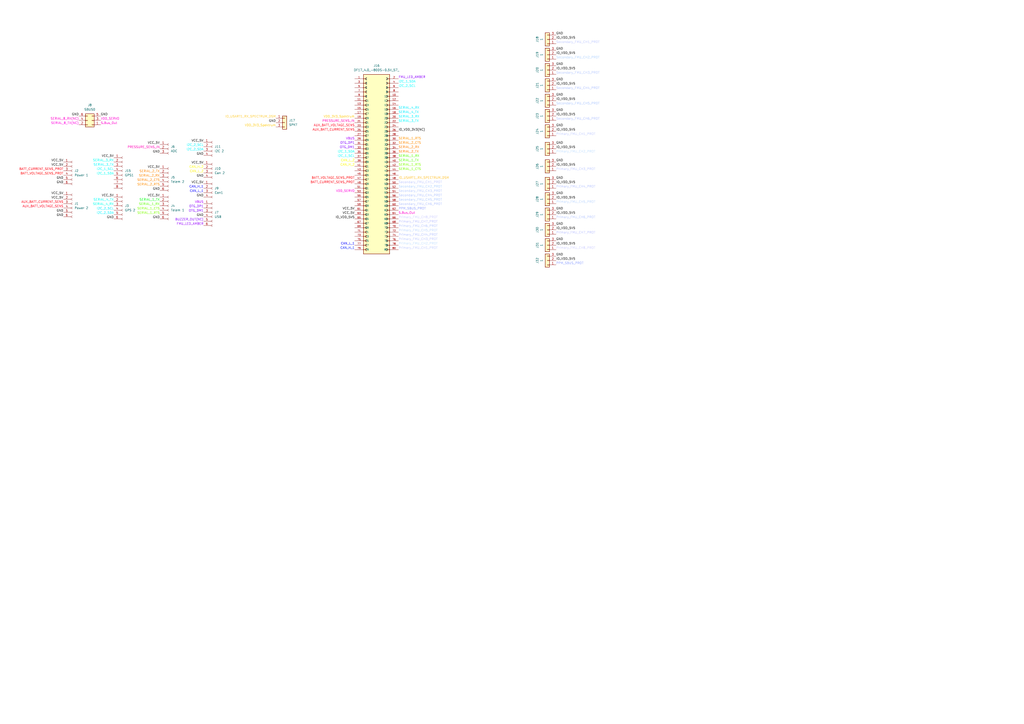
<source format=kicad_sch>
(kicad_sch (version 20250114) (generator "eeschema") (generator_version "9.0")
  (paper "A2")
  (lib_symbols
    (symbol "Connector:Conn_01x03_Socket" (pin_names (offset 1.016) (hide yes))
      (property "Reference" "J" (at 0 5.08 0))
      (property "Value" "Conn_01x03_Socket" (at 0 -5.08 0))
      (symbol "Conn_01x03_Socket_1_1"
        (polyline (pts (xy -1.27 2.54) (xy -0.508 2.54)) (stroke (width 0.1524)))
        (polyline (pts (xy -1.27 0) (xy -0.508 0)) (stroke (width 0.1524)))
        (polyline (pts (xy -1.27 -2.54) (xy -0.508 -2.54)) (stroke (width 0.1524)))
        (arc (start 0 2.032) (mid -0.5058 2.54) (end 0 3.048) (stroke (width 0.1524)))
        (arc (start 0 -0.508) (mid -0.5058 0) (end 0 0.508) (stroke (width 0.1524)))
        (arc (start 0 -3.048) (mid -0.5058 -2.54) (end 0 -2.032) (stroke (width 0.1524)))
        (pin passive line (at -5.08 2.54 0) (length 3.81) (name "Pin_1") (number "1"))
        (pin passive line (at -5.08 0 0) (length 3.81) (name "Pin_2") (number "2"))
        (pin passive line (at -5.08 -2.54 0) (length 3.81) (name "Pin_3") (number "3"))
      )
    )
    (symbol "Connector:Conn_01x04_Socket" (pin_names (offset 1.016) (hide yes))
      (property "Reference" "J" (at 0 5.08 0))
      (property "Value" "Conn_01x04_Socket" (at 0 -7.62 0))
      (symbol "Conn_01x04_Socket_1_1"
        (polyline (pts (xy -1.27 2.54) (xy -0.508 2.54)) (stroke (width 0.1524)))
        (polyline (pts (xy -1.27 0) (xy -0.508 0)) (stroke (width 0.1524)))
        (polyline (pts (xy -1.27 -2.54) (xy -0.508 -2.54)) (stroke (width 0.1524)))
        (polyline (pts (xy -1.27 -5.08) (xy -0.508 -5.08)) (stroke (width 0.1524)))
        (arc (start 0 2.032) (mid -0.5058 2.54) (end 0 3.048) (stroke (width 0.1524)))
        (arc (start 0 -0.508) (mid -0.5058 0) (end 0 0.508) (stroke (width 0.1524)))
        (arc (start 0 -3.048) (mid -0.5058 -2.54) (end 0 -2.032) (stroke (width 0.1524)))
        (arc (start 0 -5.588) (mid -0.5058 -5.08) (end 0 -4.572) (stroke (width 0.1524)))
        (pin passive line (at -5.08 2.54 0) (length 3.81) (name "Pin_1") (number "1"))
        (pin passive line (at -5.08 0 0) (length 3.81) (name "Pin_2") (number "2"))
        (pin passive line (at -5.08 -2.54 0) (length 3.81) (name "Pin_3") (number "3"))
        (pin passive line (at -5.08 -5.08 0) (length 3.81) (name "Pin_4") (number "4"))
      )
    )
    (symbol "Connector:Conn_01x06_Socket" (pin_names (offset 1.016) (hide yes))
      (property "Reference" "J" (at 0 7.62 0))
      (property "Value" "Conn_01x06_Socket" (at 0 -10.16 0))
      (symbol "Conn_01x06_Socket_1_1"
        (polyline (pts (xy -1.27 5.08) (xy -0.508 5.08)) (stroke (width 0.1524)))
        (polyline (pts (xy -1.27 2.54) (xy -0.508 2.54)) (stroke (width 0.1524)))
        (polyline (pts (xy -1.27 0) (xy -0.508 0)) (stroke (width 0.1524)))
        (polyline (pts (xy -1.27 -2.54) (xy -0.508 -2.54)) (stroke (width 0.1524)))
        (polyline (pts (xy -1.27 -5.08) (xy -0.508 -5.08)) (stroke (width 0.1524)))
        (polyline (pts (xy -1.27 -7.62) (xy -0.508 -7.62)) (stroke (width 0.1524)))
        (arc (start 0 4.572) (mid -0.5058 5.08) (end 0 5.588) (stroke (width 0.1524)))
        (arc (start 0 2.032) (mid -0.5058 2.54) (end 0 3.048) (stroke (width 0.1524)))
        (arc (start 0 -0.508) (mid -0.5058 0) (end 0 0.508) (stroke (width 0.1524)))
        (arc (start 0 -3.048) (mid -0.5058 -2.54) (end 0 -2.032) (stroke (width 0.1524)))
        (arc (start 0 -5.588) (mid -0.5058 -5.08) (end 0 -4.572) (stroke (width 0.1524)))
        (arc (start 0 -8.128) (mid -0.5058 -7.62) (end 0 -7.112) (stroke (width 0.1524)))
        (pin passive line (at -5.08 5.08 0) (length 3.81) (name "Pin_1") (number "1"))
        (pin passive line (at -5.08 2.54 0) (length 3.81) (name "Pin_2") (number "2"))
        (pin passive line (at -5.08 0 0) (length 3.81) (name "Pin_3") (number "3"))
        (pin passive line (at -5.08 -2.54 0) (length 3.81) (name "Pin_4") (number "4"))
        (pin passive line (at -5.08 -5.08 0) (length 3.81) (name "Pin_5") (number "5"))
        (pin passive line (at -5.08 -7.62 0) (length 3.81) (name "Pin_6") (number "6"))
      )
    )
    (symbol "Connector:Conn_01x08_Socket" (pin_names (offset 1.016) (hide yes))
      (property "Reference" "J" (at 0 10.16 0))
      (property "Value" "Conn_01x08_Socket" (at 0 -12.7 0))
      (symbol "Conn_01x08_Socket_1_1"
        (polyline (pts (xy -1.27 7.62) (xy -0.508 7.62)) (stroke (width 0.1524)))
        (polyline (pts (xy -1.27 5.08) (xy -0.508 5.08)) (stroke (width 0.1524)))
        (polyline (pts (xy -1.27 2.54) (xy -0.508 2.54)) (stroke (width 0.1524)))
        (polyline (pts (xy -1.27 0) (xy -0.508 0)) (stroke (width 0.1524)))
        (polyline (pts (xy -1.27 -2.54) (xy -0.508 -2.54)) (stroke (width 0.1524)))
        (polyline (pts (xy -1.27 -5.08) (xy -0.508 -5.08)) (stroke (width 0.1524)))
        (polyline (pts (xy -1.27 -7.62) (xy -0.508 -7.62)) (stroke (width 0.1524)))
        (polyline (pts (xy -1.27 -10.16) (xy -0.508 -10.16)) (stroke (width 0.1524)))
        (arc (start 0 7.112) (mid -0.5058 7.62) (end 0 8.128) (stroke (width 0.1524)))
        (arc (start 0 4.572) (mid -0.5058 5.08) (end 0 5.588) (stroke (width 0.1524)))
        (arc (start 0 2.032) (mid -0.5058 2.54) (end 0 3.048) (stroke (width 0.1524)))
        (arc (start 0 -0.508) (mid -0.5058 0) (end 0 0.508) (stroke (width 0.1524)))
        (arc (start 0 -3.048) (mid -0.5058 -2.54) (end 0 -2.032) (stroke (width 0.1524)))
        (arc (start 0 -5.588) (mid -0.5058 -5.08) (end 0 -4.572) (stroke (width 0.1524)))
        (arc (start 0 -8.128) (mid -0.5058 -7.62) (end 0 -7.112) (stroke (width 0.1524)))
        (arc (start 0 -10.668) (mid -0.5058 -10.16) (end 0 -9.652) (stroke (width 0.1524)))
        (pin passive line (at -5.08 7.62 0) (length 3.81) (name "Pin_1") (number "1"))
        (pin passive line (at -5.08 5.08 0) (length 3.81) (name "Pin_2") (number "2"))
        (pin passive line (at -5.08 2.54 0) (length 3.81) (name "Pin_3") (number "3"))
        (pin passive line (at -5.08 0 0) (length 3.81) (name "Pin_4") (number "4"))
        (pin passive line (at -5.08 -2.54 0) (length 3.81) (name "Pin_5") (number "5"))
        (pin passive line (at -5.08 -5.08 0) (length 3.81) (name "Pin_6") (number "6"))
        (pin passive line (at -5.08 -7.62 0) (length 3.81) (name "Pin_7") (number "7"))
        (pin passive line (at -5.08 -10.16 0) (length 3.81) (name "Pin_8") (number "8"))
      )
    )
    (symbol "Connector_Generic:Conn_01x03" (pin_names (offset 1.016) (hide yes))
      (property "Reference" "J" (at 0 5.08 0))
      (property "Value" "Conn_01x03" (at 0 -5.08 0))
      (symbol "Conn_01x03_1_1"
        (rectangle (start -1.27 3.81) (end 1.27 -3.81) (stroke (width 0.254)) (fill (type background)))
        (rectangle (start -1.27 2.667) (end 0 2.413) (stroke (width 0.1524)))
        (rectangle (start -1.27 0.127) (end 0 -0.127) (stroke (width 0.1524)))
        (rectangle (start -1.27 -2.413) (end 0 -2.667) (stroke (width 0.1524)))
        (pin passive line (at -5.08 2.54 0) (length 3.81) (name "Pin_1") (number "1"))
        (pin passive line (at -5.08 0 0) (length 3.81) (name "Pin_2") (number "2"))
        (pin passive line (at -5.08 -2.54 0) (length 3.81) (name "Pin_3") (number "3"))
      )
    )
    (symbol "Connector_Generic:Conn_02x03_Odd_Even" (pin_names (offset 1.016) (hide yes))
      (property "Reference" "J" (at 1.27 5.08 0))
      (property "Value" "Conn_02x03_Odd_Even" (at 1.27 -5.08 0))
      (symbol "Conn_02x03_Odd_Even_1_1"
        (rectangle (start -1.27 3.81) (end 3.81 -3.81) (stroke (width 0.254)) (fill (type background)))
        (rectangle (start -1.27 2.667) (end 0 2.413) (stroke (width 0.1524)))
        (rectangle (start -1.27 0.127) (end 0 -0.127) (stroke (width 0.1524)))
        (rectangle (start -1.27 -2.413) (end 0 -2.667) (stroke (width 0.1524)))
        (rectangle (start 3.81 2.667) (end 2.54 2.413) (stroke (width 0.1524)))
        (rectangle (start 3.81 0.127) (end 2.54 -0.127) (stroke (width 0.1524)))
        (rectangle (start 3.81 -2.413) (end 2.54 -2.667) (stroke (width 0.1524)))
        (pin passive line (at -5.08 2.54 0) (length 3.81) (name "Pin_1") (number "1"))
        (pin passive line (at -5.08 0 0) (length 3.81) (name "Pin_3") (number "3"))
        (pin passive line (at -5.08 -2.54 0) (length 3.81) (name "Pin_5") (number "5"))
        (pin passive line (at 7.62 2.54 180) (length 3.81) (name "Pin_2") (number "2"))
        (pin passive line (at 7.62 0 180) (length 3.81) (name "Pin_4") (number "4"))
        (pin passive line (at 7.62 -2.54 180) (length 3.81) (name "Pin_6") (number "6"))
      )
    )
    (symbol "DF17_4.0_-80DS-0.5V_57_:DF17_4.0_-80DS-0.5V_57_" (pin_names (offset 1.016))
      (property "Reference" "J" (at -8.12 53.34 0))
      (property "Value" "DF17_4.0_-80DS-0.5V_57_" (at -7.62 -53.34 0))
      (symbol "DF17_4.0_-80DS-0.5V_57__0_0"
        (polyline (pts (xy -7.62 50.8) (xy -6.35 50.8)) (stroke (width 0.254)))
        (polyline (pts (xy -7.62 48.26) (xy -6.35 48.26)) (stroke (width 0.254)))
        (polyline (pts (xy -7.62 45.72) (xy -6.35 45.72)) (stroke (width 0.254)))
        (polyline (pts (xy -7.62 43.18) (xy -6.35 43.18)) (stroke (width 0.254)))
        (polyline (pts (xy -7.62 40.64) (xy -6.35 40.64)) (stroke (width 0.254)))
        (polyline (pts (xy -7.62 38.1) (xy -6.35 38.1)) (stroke (width 0.254)))
        (polyline (pts (xy -7.62 35.56) (xy -6.35 35.56)) (stroke (width 0.254)))
        (polyline (pts (xy -7.62 33.02) (xy -6.35 33.02)) (stroke (width 0.254)))
        (polyline (pts (xy -7.62 30.48) (xy -6.35 30.48)) (stroke (width 0.254)))
        (polyline (pts (xy -7.62 27.94) (xy -6.35 27.94)) (stroke (width 0.254)))
        (polyline (pts (xy -7.62 25.4) (xy -6.35 25.4)) (stroke (width 0.254)))
        (polyline (pts (xy -7.62 22.86) (xy -6.35 22.86)) (stroke (width 0.254)))
        (polyline (pts (xy -7.62 20.32) (xy -6.35 20.32)) (stroke (width 0.254)))
        (polyline (pts (xy -7.62 17.78) (xy -6.35 17.78)) (stroke (width 0.254)))
        (polyline (pts (xy -7.62 15.24) (xy -6.35 15.24)) (stroke (width 0.254)))
        (polyline (pts (xy -7.62 12.7) (xy -6.35 12.7)) (stroke (width 0.254)))
        (polyline (pts (xy -7.62 10.16) (xy -6.35 10.16)) (stroke (width 0.254)))
        (polyline (pts (xy -7.62 7.62) (xy -6.35 7.62)) (stroke (width 0.254)))
        (polyline (pts (xy -7.62 5.08) (xy -6.35 5.08)) (stroke (width 0.254)))
        (polyline (pts (xy -7.62 2.54) (xy -6.35 2.54)) (stroke (width 0.254)))
        (polyline (pts (xy -7.62 0) (xy -6.35 0)) (stroke (width 0.254)))
        (polyline (pts (xy -7.62 -2.54) (xy -6.35 -2.54)) (stroke (width 0.254)))
        (polyline (pts (xy -7.62 -5.08) (xy -6.35 -5.08)) (stroke (width 0.254)))
        (polyline (pts (xy -7.62 -7.62) (xy -6.35 -7.62)) (stroke (width 0.254)))
        (polyline (pts (xy -7.62 -10.16) (xy -6.35 -10.16)) (stroke (width 0.254)))
        (polyline (pts (xy -7.62 -12.7) (xy -6.35 -12.7)) (stroke (width 0.254)))
        (polyline (pts (xy -7.62 -15.24) (xy -6.35 -15.24)) (stroke (width 0.254)))
        (polyline (pts (xy -7.62 -17.78) (xy -6.35 -17.78)) (stroke (width 0.254)))
        (polyline (pts (xy -7.62 -20.32) (xy -6.35 -20.32)) (stroke (width 0.254)))
        (polyline (pts (xy -7.62 -22.86) (xy -6.35 -22.86)) (stroke (width 0.254)))
        (polyline (pts (xy -7.62 -25.4) (xy -6.35 -25.4)) (stroke (width 0.254)))
        (polyline (pts (xy -7.62 -27.94) (xy -6.35 -27.94)) (stroke (width 0.254)))
        (polyline (pts (xy -7.62 -30.48) (xy -6.35 -30.48)) (stroke (width 0.254)))
        (polyline (pts (xy -7.62 -33.02) (xy -6.35 -33.02)) (stroke (width 0.254)))
        (polyline (pts (xy -7.62 -35.56) (xy -6.35 -35.56)) (stroke (width 0.254)))
        (polyline (pts (xy -7.62 -38.1) (xy -6.35 -38.1)) (stroke (width 0.254)))
        (polyline (pts (xy -7.62 -40.64) (xy -6.35 -40.64)) (stroke (width 0.254)))
        (polyline (pts (xy -7.62 -43.18) (xy -6.35 -43.18)) (stroke (width 0.254)))
        (polyline (pts (xy -7.62 -45.72) (xy -6.35 -45.72)) (stroke (width 0.254)))
        (polyline (pts (xy -7.62 -48.26) (xy -6.35 -48.26)) (stroke (width 0.254)))
        (rectangle (start -7.62 -50.8) (end 7.62 53.34) (stroke (width 0.254)) (fill (type background)))
        (arc (start -5.715 50.165) (mid -6.3472 50.8) (end -5.715 51.435) (stroke (width 0.254)))
        (arc (start -5.715 47.625) (mid -6.3472 48.26) (end -5.715 48.895) (stroke (width 0.254)))
        (arc (start -5.715 45.085) (mid -6.3472 45.72) (end -5.715 46.355) (stroke (width 0.254)))
        (arc (start -5.715 42.545) (mid -6.3472 43.18) (end -5.715 43.815) (stroke (width 0.254)))
        (arc (start -5.715 40.005) (mid -6.3472 40.64) (end -5.715 41.275) (stroke (width 0.254)))
        (arc (start -5.715 37.465) (mid -6.3472 38.1) (end -5.715 38.735) (stroke (width 0.254)))
        (arc (start -5.715 34.925) (mid -6.3472 35.56) (end -5.715 36.195) (stroke (width 0.254)))
        (arc (start -5.715 32.385) (mid -6.3472 33.02) (end -5.715 33.655) (stroke (width 0.254)))
        (arc (start -5.715 29.845) (mid -6.3472 30.48) (end -5.715 31.115) (stroke (width 0.254)))
        (arc (start -5.715 27.305) (mid -6.3472 27.94) (end -5.715 28.575) (stroke (width 0.254)))
        (arc (start -5.715 24.765) (mid -6.3472 25.4) (end -5.715 26.035) (stroke (width 0.254)))
        (arc (start -5.715 22.225) (mid -6.3472 22.86) (end -5.715 23.495) (stroke (width 0.254)))
        (arc (start -5.715 19.685) (mid -6.3472 20.32) (end -5.715 20.955) (stroke (width 0.254)))
        (arc (start -5.715 17.145) (mid -6.3472 17.78) (end -5.715 18.415) (stroke (width 0.254)))
        (arc (start -5.715 14.605) (mid -6.3472 15.24) (end -5.715 15.875) (stroke (width 0.254)))
        (arc (start -5.715 12.065) (mid -6.3472 12.7) (end -5.715 13.335) (stroke (width 0.254)))
        (arc (start -5.715 9.525) (mid -6.3472 10.16) (end -5.715 10.795) (stroke (width 0.254)))
        (arc (start -5.715 6.985) (mid -6.3472 7.62) (end -5.715 8.255) (stroke (width 0.254)))
        (arc (start -5.715 4.445) (mid -6.3472 5.08) (end -5.715 5.715) (stroke (width 0.254)))
        (arc (start -5.715 1.905) (mid -6.3472 2.54) (end -5.715 3.175) (stroke (width 0.254)))
        (arc (start -5.715 -0.635) (mid -6.3472 0) (end -5.715 0.635) (stroke (width 0.254)))
        (arc (start -5.715 -3.175) (mid -6.3472 -2.54) (end -5.715 -1.905) (stroke (width 0.254)))
        (arc (start -5.715 -5.715) (mid -6.3472 -5.08) (end -5.715 -4.445) (stroke (width 0.254)))
        (arc (start -5.715 -8.255) (mid -6.3472 -7.62) (end -5.715 -6.985) (stroke (width 0.254)))
        (arc (start -5.715 -10.795) (mid -6.3472 -10.16) (end -5.715 -9.525) (stroke (width 0.254)))
        (arc (start -5.715 -13.335) (mid -6.3472 -12.7) (end -5.715 -12.065) (stroke (width 0.254)))
        (arc (start -5.715 -15.875) (mid -6.3472 -15.24) (end -5.715 -14.605) (stroke (width 0.254)))
        (arc (start -5.715 -18.415) (mid -6.3472 -17.78) (end -5.715 -17.145) (stroke (width 0.254)))
        (arc (start -5.715 -20.955) (mid -6.3472 -20.32) (end -5.715 -19.685) (stroke (width 0.254)))
        (arc (start -5.715 -23.495) (mid -6.3472 -22.86) (end -5.715 -22.225) (stroke (width 0.254)))
        (arc (start -5.715 -26.035) (mid -6.3472 -25.4) (end -5.715 -24.765) (stroke (width 0.254)))
        (arc (start -5.715 -28.575) (mid -6.3472 -27.94) (end -5.715 -27.305) (stroke (width 0.254)))
        (arc (start -5.715 -31.115) (mid -6.3472 -30.48) (end -5.715 -29.845) (stroke (width 0.254)))
        (arc (start -5.715 -33.655) (mid -6.3472 -33.02) (end -5.715 -32.385) (stroke (width 0.254)))
        (arc (start -5.715 -36.195) (mid -6.3472 -35.56) (end -5.715 -34.925) (stroke (width 0.254)))
        (arc (start -5.715 -38.735) (mid -6.3472 -38.1) (end -5.715 -37.465) (stroke (width 0.254)))
        (arc (start -5.715 -41.275) (mid -6.3472 -40.64) (end -5.715 -40.005) (stroke (width 0.254)))
        (arc (start -5.715 -43.815) (mid -6.3472 -43.18) (end -5.715 -42.545) (stroke (width 0.254)))
        (arc (start -5.715 -46.355) (mid -6.3472 -45.72) (end -5.715 -45.085) (stroke (width 0.254)))
        (arc (start -5.715 -48.895) (mid -6.3472 -48.26) (end -5.715 -47.625) (stroke (width 0.254)))
        (arc (start 5.715 51.435) (mid 6.3472 50.8) (end 5.715 50.165) (stroke (width 0.254)))
        (arc (start 5.715 48.895) (mid 6.3472 48.26) (end 5.715 47.625) (stroke (width 0.254)))
        (arc (start 5.715 46.355) (mid 6.3472 45.72) (end 5.715 45.085) (stroke (width 0.254)))
        (arc (start 5.715 43.815) (mid 6.3472 43.18) (end 5.715 42.545) (stroke (width 0.254)))
        (arc (start 5.715 41.275) (mid 6.3472 40.64) (end 5.715 40.005) (stroke (width 0.254)))
        (arc (start 5.715 38.735) (mid 6.3472 38.1) (end 5.715 37.465) (stroke (width 0.254)))
        (arc (start 5.715 36.195) (mid 6.3472 35.56) (end 5.715 34.925) (stroke (width 0.254)))
        (arc (start 5.715 33.655) (mid 6.3472 33.02) (end 5.715 32.385) (stroke (width 0.254)))
        (arc (start 5.715 31.115) (mid 6.3472 30.48) (end 5.715 29.845) (stroke (width 0.254)))
        (arc (start 5.715 28.575) (mid 6.3472 27.94) (end 5.715 27.305) (stroke (width 0.254)))
        (arc (start 5.715 26.035) (mid 6.3472 25.4) (end 5.715 24.765) (stroke (width 0.254)))
        (arc (start 5.715 23.495) (mid 6.3472 22.86) (end 5.715 22.225) (stroke (width 0.254)))
        (arc (start 5.715 20.955) (mid 6.3472 20.32) (end 5.715 19.685) (stroke (width 0.254)))
        (arc (start 5.715 18.415) (mid 6.3472 17.78) (end 5.715 17.145) (stroke (width 0.254)))
        (arc (start 5.715 15.875) (mid 6.3472 15.24) (end 5.715 14.605) (stroke (width 0.254)))
        (arc (start 5.715 13.335) (mid 6.3472 12.7) (end 5.715 12.065) (stroke (width 0.254)))
        (arc (start 5.715 10.795) (mid 6.3472 10.16) (end 5.715 9.525) (stroke (width 0.254)))
        (arc (start 5.715 8.255) (mid 6.3472 7.62) (end 5.715 6.985) (stroke (width 0.254)))
        (arc (start 5.715 5.715) (mid 6.3472 5.08) (end 5.715 4.445) (stroke (width 0.254)))
        (arc (start 5.715 3.175) (mid 6.3472 2.54) (end 5.715 1.905) (stroke (width 0.254)))
        (arc (start 5.715 0.635) (mid 6.3472 0) (end 5.715 -0.635) (stroke (width 0.254)))
        (arc (start 5.715 -1.905) (mid 6.3472 -2.54) (end 5.715 -3.175) (stroke (width 0.254)))
        (arc (start 5.715 -4.445) (mid 6.3472 -5.08) (end 5.715 -5.715) (stroke (width 0.254)))
        (arc (start 5.715 -6.985) (mid 6.3472 -7.62) (end 5.715 -8.255) (stroke (width 0.254)))
        (arc (start 5.715 -9.525) (mid 6.3472 -10.16) (end 5.715 -10.795) (stroke (width 0.254)))
        (arc (start 5.715 -12.065) (mid 6.3472 -12.7) (end 5.715 -13.335) (stroke (width 0.254)))
        (arc (start 5.715 -14.605) (mid 6.3472 -15.24) (end 5.715 -15.875) (stroke (width 0.254)))
        (arc (start 5.715 -17.145) (mid 6.3472 -17.78) (end 5.715 -18.415) (stroke (width 0.254)))
        (arc (start 5.715 -19.685) (mid 6.3472 -20.32) (end 5.715 -20.955) (stroke (width 0.254)))
        (arc (start 5.715 -22.225) (mid 6.3472 -22.86) (end 5.715 -23.495) (stroke (width 0.254)))
        (arc (start 5.715 -24.765) (mid 6.3472 -25.4) (end 5.715 -26.035) (stroke (width 0.254)))
        (arc (start 5.715 -27.305) (mid 6.3472 -27.94) (end 5.715 -28.575) (stroke (width 0.254)))
        (arc (start 5.715 -29.845) (mid 6.3472 -30.48) (end 5.715 -31.115) (stroke (width 0.254)))
        (arc (start 5.715 -32.385) (mid 6.3472 -33.02) (end 5.715 -33.655) (stroke (width 0.254)))
        (arc (start 5.715 -34.925) (mid 6.3472 -35.56) (end 5.715 -36.195) (stroke (width 0.254)))
        (arc (start 5.715 -37.465) (mid 6.3472 -38.1) (end 5.715 -38.735) (stroke (width 0.254)))
        (arc (start 5.715 -40.005) (mid 6.3472 -40.64) (end 5.715 -41.275) (stroke (width 0.254)))
        (arc (start 5.715 -42.545) (mid 6.3472 -43.18) (end 5.715 -43.815) (stroke (width 0.254)))
        (arc (start 5.715 -45.085) (mid 6.3472 -45.72) (end 5.715 -46.355) (stroke (width 0.254)))
        (arc (start 5.715 -47.625) (mid 6.3472 -48.26) (end 5.715 -48.895) (stroke (width 0.254)))
        (polyline (pts (xy 7.62 50.8) (xy 6.35 50.8)) (stroke (width 0.254)))
        (polyline (pts (xy 7.62 48.26) (xy 6.35 48.26)) (stroke (width 0.254)))
        (polyline (pts (xy 7.62 45.72) (xy 6.35 45.72)) (stroke (width 0.254)))
        (polyline (pts (xy 7.62 43.18) (xy 6.35 43.18)) (stroke (width 0.254)))
        (polyline (pts (xy 7.62 40.64) (xy 6.35 40.64)) (stroke (width 0.254)))
        (polyline (pts (xy 7.62 38.1) (xy 6.35 38.1)) (stroke (width 0.254)))
        (polyline (pts (xy 7.62 35.56) (xy 6.35 35.56)) (stroke (width 0.254)))
        (polyline (pts (xy 7.62 33.02) (xy 6.35 33.02)) (stroke (width 0.254)))
        (polyline (pts (xy 7.62 30.48) (xy 6.35 30.48)) (stroke (width 0.254)))
        (polyline (pts (xy 7.62 27.94) (xy 6.35 27.94)) (stroke (width 0.254)))
        (polyline (pts (xy 7.62 25.4) (xy 6.35 25.4)) (stroke (width 0.254)))
        (polyline (pts (xy 7.62 22.86) (xy 6.35 22.86)) (stroke (width 0.254)))
        (polyline (pts (xy 7.62 20.32) (xy 6.35 20.32)) (stroke (width 0.254)))
        (polyline (pts (xy 7.62 17.78) (xy 6.35 17.78)) (stroke (width 0.254)))
        (polyline (pts (xy 7.62 15.24) (xy 6.35 15.24)) (stroke (width 0.254)))
        (polyline (pts (xy 7.62 12.7) (xy 6.35 12.7)) (stroke (width 0.254)))
        (polyline (pts (xy 7.62 10.16) (xy 6.35 10.16)) (stroke (width 0.254)))
        (polyline (pts (xy 7.62 7.62) (xy 6.35 7.62)) (stroke (width 0.254)))
        (polyline (pts (xy 7.62 5.08) (xy 6.35 5.08)) (stroke (width 0.254)))
        (polyline (pts (xy 7.62 2.54) (xy 6.35 2.54)) (stroke (width 0.254)))
        (polyline (pts (xy 7.62 0) (xy 6.35 0)) (stroke (width 0.254)))
        (polyline (pts (xy 7.62 -2.54) (xy 6.35 -2.54)) (stroke (width 0.254)))
        (polyline (pts (xy 7.62 -5.08) (xy 6.35 -5.08)) (stroke (width 0.254)))
        (polyline (pts (xy 7.62 -7.62) (xy 6.35 -7.62)) (stroke (width 0.254)))
        (polyline (pts (xy 7.62 -10.16) (xy 6.35 -10.16)) (stroke (width 0.254)))
        (polyline (pts (xy 7.62 -12.7) (xy 6.35 -12.7)) (stroke (width 0.254)))
        (polyline (pts (xy 7.62 -15.24) (xy 6.35 -15.24)) (stroke (width 0.254)))
        (polyline (pts (xy 7.62 -17.78) (xy 6.35 -17.78)) (stroke (width 0.254)))
        (polyline (pts (xy 7.62 -20.32) (xy 6.35 -20.32)) (stroke (width 0.254)))
        (polyline (pts (xy 7.62 -22.86) (xy 6.35 -22.86)) (stroke (width 0.254)))
        (polyline (pts (xy 7.62 -25.4) (xy 6.35 -25.4)) (stroke (width 0.254)))
        (polyline (pts (xy 7.62 -27.94) (xy 6.35 -27.94)) (stroke (width 0.254)))
        (polyline (pts (xy 7.62 -30.48) (xy 6.35 -30.48)) (stroke (width 0.254)))
        (polyline (pts (xy 7.62 -33.02) (xy 6.35 -33.02)) (stroke (width 0.254)))
        (polyline (pts (xy 7.62 -35.56) (xy 6.35 -35.56)) (stroke (width 0.254)))
        (polyline (pts (xy 7.62 -38.1) (xy 6.35 -38.1)) (stroke (width 0.254)))
        (polyline (pts (xy 7.62 -40.64) (xy 6.35 -40.64)) (stroke (width 0.254)))
        (polyline (pts (xy 7.62 -43.18) (xy 6.35 -43.18)) (stroke (width 0.254)))
        (polyline (pts (xy 7.62 -45.72) (xy 6.35 -45.72)) (stroke (width 0.254)))
        (polyline (pts (xy 7.62 -48.26) (xy 6.35 -48.26)) (stroke (width 0.254)))
        (pin passive line (at -12.7 50.8 0) (length 5.08) (name "1") (number "1"))
        (pin passive line (at -12.7 48.26 0) (length 5.08) (name "3") (number "3"))
        (pin passive line (at -12.7 45.72 0) (length 5.08) (name "5") (number "5"))
        (pin passive line (at -12.7 43.18 0) (length 5.08) (name "7") (number "7"))
        (pin passive line (at -12.7 40.64 0) (length 5.08) (name "9") (number "9"))
        (pin passive line (at -12.7 38.1 0) (length 5.08) (name "11") (number "11"))
        (pin passive line (at -12.7 35.56 0) (length 5.08) (name "13") (number "13"))
        (pin passive line (at -12.7 33.02 0) (length 5.08) (name "15") (number "15"))
        (pin passive line (at -12.7 30.48 0) (length 5.08) (name "17") (number "17"))
        (pin passive line (at -12.7 27.94 0) (length 5.08) (name "19") (number "19"))
        (pin passive line (at -12.7 25.4 0) (length 5.08) (name "21") (number "21"))
        (pin passive line (at -12.7 22.86 0) (length 5.08) (name "23") (number "23"))
        (pin passive line (at -12.7 20.32 0) (length 5.08) (name "25") (number "25"))
        (pin passive line (at -12.7 17.78 0) (length 5.08) (name "27") (number "27"))
        (pin passive line (at -12.7 15.24 0) (length 5.08) (name "29") (number "29"))
        (pin passive line (at -12.7 12.7 0) (length 5.08) (name "31") (number "31"))
        (pin passive line (at -12.7 10.16 0) (length 5.08) (name "33") (number "33"))
        (pin passive line (at -12.7 7.62 0) (length 5.08) (name "35") (number "35"))
        (pin passive line (at -12.7 5.08 0) (length 5.08) (name "37") (number "37"))
        (pin passive line (at -12.7 2.54 0) (length 5.08) (name "39") (number "39"))
        (pin passive line (at -12.7 0 0) (length 5.08) (name "41") (number "41"))
        (pin passive line (at -12.7 -2.54 0) (length 5.08) (name "43") (number "43"))
        (pin passive line (at -12.7 -5.08 0) (length 5.08) (name "45") (number "45"))
        (pin passive line (at -12.7 -7.62 0) (length 5.08) (name "47") (number "47"))
        (pin passive line (at -12.7 -10.16 0) (length 5.08) (name "49") (number "49"))
        (pin passive line (at -12.7 -12.7 0) (length 5.08) (name "51") (number "51"))
        (pin passive line (at -12.7 -15.24 0) (length 5.08) (name "53") (number "53"))
        (pin passive line (at -12.7 -17.78 0) (length 5.08) (name "55") (number "55"))
        (pin passive line (at -12.7 -20.32 0) (length 5.08) (name "57") (number "57"))
        (pin passive line (at -12.7 -22.86 0) (length 5.08) (name "59") (number "59"))
        (pin passive line (at -12.7 -25.4 0) (length 5.08) (name "61") (number "61"))
        (pin passive line (at -12.7 -27.94 0) (length 5.08) (name "63") (number "63"))
        (pin passive line (at -12.7 -30.48 0) (length 5.08) (name "65") (number "65"))
        (pin passive line (at -12.7 -33.02 0) (length 5.08) (name "67") (number "67"))
        (pin passive line (at -12.7 -35.56 0) (length 5.08) (name "69") (number "69"))
        (pin passive line (at -12.7 -38.1 0) (length 5.08) (name "71") (number "71"))
        (pin passive line (at -12.7 -40.64 0) (length 5.08) (name "73") (number "73"))
        (pin passive line (at -12.7 -43.18 0) (length 5.08) (name "75") (number "75"))
        (pin passive line (at -12.7 -45.72 0) (length 5.08) (name "77") (number "77"))
        (pin passive line (at -12.7 -48.26 0) (length 5.08) (name "79") (number "79"))
        (pin passive line (at 12.7 50.8 180) (length 5.08) (name "2") (number "2"))
        (pin passive line (at 12.7 48.26 180) (length 5.08) (name "4") (number "4"))
        (pin passive line (at 12.7 45.72 180) (length 5.08) (name "6") (number "6"))
        (pin passive line (at 12.7 43.18 180) (length 5.08) (name "8") (number "8"))
        (pin passive line (at 12.7 40.64 180) (length 5.08) (name "10") (number "10"))
        (pin passive line (at 12.7 38.1 180) (length 5.08) (name "12") (number "12"))
        (pin passive line (at 12.7 35.56 180) (length 5.08) (name "14") (number "14"))
        (pin passive line (at 12.7 33.02 180) (length 5.08) (name "16") (number "16"))
        (pin passive line (at 12.7 30.48 180) (length 5.08) (name "18") (number "18"))
        (pin passive line (at 12.7 27.94 180) (length 5.08) (name "20") (number "20"))
        (pin passive line (at 12.7 25.4 180) (length 5.08) (name "22") (number "22"))
        (pin passive line (at 12.7 22.86 180) (length 5.08) (name "24") (number "24"))
        (pin passive line (at 12.7 20.32 180) (length 5.08) (name "26") (number "26"))
        (pin passive line (at 12.7 17.78 180) (length 5.08) (name "28") (number "28"))
        (pin passive line (at 12.7 15.24 180) (length 5.08) (name "30") (number "30"))
        (pin passive line (at 12.7 12.7 180) (length 5.08) (name "32") (number "32"))
        (pin passive line (at 12.7 10.16 180) (length 5.08) (name "34") (number "34"))
        (pin passive line (at 12.7 7.62 180) (length 5.08) (name "36") (number "36"))
        (pin passive line (at 12.7 5.08 180) (length 5.08) (name "38") (number "38"))
        (pin passive line (at 12.7 2.54 180) (length 5.08) (name "40") (number "40"))
        (pin passive line (at 12.7 0 180) (length 5.08) (name "42") (number "42"))
        (pin passive line (at 12.7 -2.54 180) (length 5.08) (name "44") (number "44"))
        (pin passive line (at 12.7 -5.08 180) (length 5.08) (name "46") (number "46"))
        (pin passive line (at 12.7 -7.62 180) (length 5.08) (name "48") (number "48"))
        (pin passive line (at 12.7 -10.16 180) (length 5.08) (name "50") (number "50"))
        (pin passive line (at 12.7 -12.7 180) (length 5.08) (name "52") (number "52"))
        (pin passive line (at 12.7 -15.24 180) (length 5.08) (name "54") (number "54"))
        (pin passive line (at 12.7 -17.78 180) (length 5.08) (name "56") (number "56"))
        (pin passive line (at 12.7 -20.32 180) (length 5.08) (name "58") (number "58"))
        (pin passive line (at 12.7 -22.86 180) (length 5.08) (name "60") (number "60"))
        (pin passive line (at 12.7 -25.4 180) (length 5.08) (name "62") (number "62"))
        (pin passive line (at 12.7 -27.94 180) (length 5.08) (name "64") (number "64"))
        (pin passive line (at 12.7 -30.48 180) (length 5.08) (name "66") (number "66"))
        (pin passive line (at 12.7 -33.02 180) (length 5.08) (name "68") (number "68"))
        (pin passive line (at 12.7 -35.56 180) (length 5.08) (name "70") (number "70"))
        (pin passive line (at 12.7 -38.1 180) (length 5.08) (name "72") (number "72"))
        (pin passive line (at 12.7 -40.64 180) (length 5.08) (name "74") (number "74"))
        (pin passive line (at 12.7 -43.18 180) (length 5.08) (name "76") (number "76"))
        (pin passive line (at 12.7 -45.72 180) (length 5.08) (name "78") (number "78"))
        (pin passive line (at 12.7 -48.26 180) (length 5.08) (name "80") (number "80"))
      )
    )
  )
  (label "Primary_FMU_CH7_PROT" (at 231.14 129.54 0))
  (label "GND" (at 322.58 20.32 0))
  (label "IO_VDD_5V5" (at 322.58 142.24 0))
  (label "GND" (at 322.58 38.1 0))
  (label "SERIAL_1_RX" (at 92.71 119.38 180))
  (label "VCC_5V" (at 36.83 115.57 180))
  (label "FMU_LED_AMBER" (at 118.11 130.81 180))
  (label "GND" (at 322.58 104.14 0))
  (label "IO_VDD_5V5" (at 322.58 58.42 0))
  (label "GND" (at 118.11 102.87 180))
  (label "SERIAL_8_TX(NC)" (at 45.72 72.39 180))
  (label "CAN_H_2" (at 118.11 97.79 180))
  (label "Secondary_FMU_CH4_PROT" (at 322.58 52.07 0))
  (label "Secondary_FMU_CH5_PROT" (at 322.58 60.96 0))
  (label "BATT_CURRENT_SENS_PROT" (at 36.83 99.06 180))
  (label "S.Bus_Out" (at 231.14 124.46 0))
  (label "GND" (at 45.72 67.31 180))
  (label "SERIAL_2_TX" (at 92.71 100.33 180))
  (label "BATT_VOLTAGE_SENS_PROT" (at 36.83 101.6 180))
  (label "VCC_5V" (at 205.74 124.46 180))
  (label "VDD_3V3_Spektrum" (at 205.74 68.58 180))
  (label "Primary_FMU_CH8_PROT" (at 231.14 127 0))
  (label "AUX_BATT_CURRENT_SENS" (at 205.74 76.2 180))
  (label "SERIAL_1_CTS" (at 92.71 121.92 180))
  (label "VCC_5V" (at 66.04 91.44 180))
  (label "VCC_5V" (at 36.83 96.52 180))
  (label "IO_USART1_RX_SPECTRUM_DSM" (at 160.02 68.58 180))
  (label "IO_VDD_5V5" (at 322.58 106.68 0))
  (label "GND" (at 322.58 148.59 0))
  (label "IO_VDD_3V3(NC)" (at 231.14 76.2 0))
  (label "GND" (at 322.58 73.66 0))
  (label "BATT_CURRENT_SENS_PROT" (at 205.74 106.68 180))
  (label "VCC_5V" (at 36.83 113.03 180))
  (label "SERIAL_1_RX" (at 231.14 91.44 0))
  (label "VCC_5V" (at 92.71 114.3 180))
  (label "SERIAL_3_RX" (at 66.04 93.98 180))
  (label "IO_VDD_5V5" (at 322.58 76.2 0))
  (label "GND" (at 36.83 123.19 180))
  (label "GND" (at 322.58 55.88 0))
  (label "Primary_FMU_CH4_PROT" (at 231.14 137.16 0))
  (label "SERIAL_1_TX" (at 231.14 93.98 0))
  (label "S.Bus_Out" (at 58.42 72.39 0))
  (label "CAN_L_2" (at 118.11 100.33 180))
  (label "IO_VDD_5V5" (at 322.58 115.57 0))
  (label "SERIAL_2_CTS" (at 231.14 83.82 0))
  (label "IO_VDD_5V5" (at 322.58 31.75 0))
  (label "Primary_FMU_CH5_PROT" (at 322.58 118.11 0))
  (label "AUX_BATT_VOLTAGE_SENS" (at 205.74 73.66 180))
  (label "VCC_5V" (at 118.11 95.25 180))
  (label "SERIAL_4_TX" (at 66.04 116.84 180))
  (label "SERIAL_1_CTS" (at 231.14 99.06 0))
  (label "CAN_L_1" (at 118.11 111.76 180))
  (label "VCC_5V" (at 118.11 106.68 180))
  (label "Primary_FMU_CH1_PROT" (at 231.14 144.78 0))
  (label "GND" (at 322.58 130.81 0))
  (label "SERIAL_1_RTS" (at 231.14 96.52 0))
  (label "CAN_L_1" (at 205.74 142.24 180))
  (label "I2C_2_SCL" (at 118.11 85.09 180))
  (label "IO_VDD_5V5" (at 322.58 22.86 0))
  (label "Secondary_FMU_CH4_PROT" (at 231.14 114.3 0))
  (label "VCC_5V" (at 92.71 97.79 180))
  (label "SERIAL_4_TX" (at 231.14 66.04 0))
  (label "FMU_LED_AMBER" (at 231.14 45.72 0))
  (label "BUZZER_OUT(NC)" (at 118.11 128.27 180))
  (label "GND" (at 322.58 83.82 0))
  (label "GND" (at 58.42 67.31 0))
  (label "Secondary_FMU_CH6_PROT" (at 322.58 69.85 0))
  (label "I2C_2_SDA" (at 66.04 124.46 180))
  (label "GND" (at 118.11 114.3 180))
  (label "OTG_DP1" (at 118.11 120.65 180))
  (label "Primary_FMU_CH5_PROT" (at 231.14 134.62 0))
  (label "Primary_FMU_CH2_PROT" (at 322.58 88.9 0))
  (label "SERIAL_4_RX" (at 66.04 119.38 180))
  (label "GND" (at 322.58 121.92 0))
  (label "CAN_L_2" (at 205.74 93.98 180))
  (label "Primary_FMU_CH3_PROT" (at 322.58 99.06 0))
  (label "IO_VDD_5V5" (at 322.58 124.46 0))
  (label "I2C_1_SCL" (at 66.04 99.06 180))
  (label "PPM_SBUS_PROT" (at 322.58 153.67 0))
  (label "SERIAL_8_RX(NC)" (at 45.72 69.85 180))
  (label "Primary_FMU_CH8_PROT" (at 322.58 144.78 0))
  (label "Primary_FMU_CH6_PROT" (at 231.14 132.08 0))
  (label "I2C_1_SCL" (at 205.74 91.44 180))
  (label "OTG_DM1" (at 205.74 86.36 180))
  (label "OTG_DM1" (at 118.11 123.19 180))
  (label "CAN_H_1" (at 205.74 144.78 180))
  (label "GND" (at 322.58 29.21 0))
  (label "Primary_FMU_CH3_PROT" (at 231.14 139.7 0))
  (label "GND" (at 322.58 46.99 0))
  (label "IO_VDD_5V5" (at 322.58 133.35 0))
  (label "Primary_FMU_CH6_PROT" (at 322.58 127 0))
  (label "Primary_FMU_CH1_PROT" (at 322.58 78.74 0))
  (label "SERIAL_3_TX" (at 66.04 96.52 180))
  (label "GND" (at 66.04 127 180))
  (label "SERIAL_3_TX" (at 231.14 71.12 0))
  (label "IO_VDD_5V5" (at 322.58 86.36 0))
  (label "SERIAL_2_RX" (at 92.71 102.87 180))
  (label "I2C_2_SCL" (at 66.04 121.92 180))
  (label "Secondary_FMU_CH2_PROT" (at 322.58 34.29 0))
  (label "AUX_BATT_VOLTAGE_SENS" (at 36.83 120.65 180))
  (label "Primary_FMU_CH7_PROT" (at 322.58 135.89 0))
  (label "PRESSURE_SENS_IN" (at 92.71 86.36 180))
  (label "VDD_SERVO" (at 205.74 111.76 180))
  (label "IO_USART1_RX_SPECTRUM_DSM" (at 231.14 104.14 0))
  (label "VBUS" (at 205.74 81.28 180))
  (label "GND" (at 92.71 110.49 180))
  (label "VDD_SERVO" (at 58.42 69.85 0))
  (label "VCC_5V" (at 92.71 83.82 180))
  (label "GND" (at 322.58 93.98 0))
  (label "SERIAL_1_RTS" (at 231.14 81.28 0))
  (label "I2C_2_SCL" (at 231.14 50.8 0))
  (label "VCC_5V" (at 36.83 93.98 180))
  (label "SERIAL_2_RTS" (at 92.71 107.95 180))
  (label "IO_VDD_5V5" (at 205.74 127 180))
  (label "SERIAL_2_TX" (at 231.14 88.9 0))
  (label "IO_VDD_5V5" (at 322.58 49.53 0))
  (label "Secondary_FMU_CH3_PROT" (at 322.58 43.18 0))
  (label "Primary_FMU_CH4_PROT" (at 322.58 109.22 0))
  (label "VBUS" (at 118.11 118.11 180))
  (label "IO_VDD_5V5" (at 322.58 40.64 0))
  (label "SERIAL_1_TX" (at 92.71 116.84 180))
  (label "GND" (at 160.02 71.12 180))
  (label "IO_VDD_5V5" (at 322.58 67.31 0))
  (label "GND" (at 92.71 127 180))
  (label "CAN_H_2" (at 205.74 96.52 180))
  (label "SERIAL_2_CTS" (at 92.71 105.41 180))
  (label "Secondary_FMU_CH2_PROT" (at 231.14 109.22 0))
  (label "GND" (at 322.58 139.7 0))
  (label "Secondary_FMU_CH5_PROT" (at 231.14 116.84 0))
  (label "I2C_2_SDA" (at 118.11 87.63 180))
  (label "I2C_1_SDA" (at 205.74 88.9 180))
  (label "SERIAL_3_RX" (at 231.14 68.58 0))
  (label "Secondary_FMU_CH1_PROT" (at 231.14 106.68 0))
  (label "I2C_1_SDA" (at 231.14 48.26 0))
  (label "OTG_DP1" (at 205.74 83.82 180))
  (label "GND" (at 322.58 113.03 0))
  (label "GND" (at 118.11 90.17 180))
  (label "VDD_3V3_Spektrum" (at 160.02 73.66 180))
  (label "SERIAL_1_RTS" (at 92.71 124.46 180))
  (label "PPM_SBUS_PROT" (at 231.14 121.92 0))
  (label "PRESSURE_SENS_IN" (at 205.74 71.12 180))
  (label "IO_VDD_5V5" (at 322.58 151.13 0))
  (label "Secondary_FMU_CH1_PROT" (at 322.58 25.4 0))
  (label "CAN_H_1" (at 118.11 109.22 180))
  (label "VCC_5V" (at 66.04 114.3 180))
  (label "VCC_5V" (at 205.74 121.92 180))
  (label "GND" (at 36.83 104.14 180))
  (label "GND" (at 92.71 88.9 180))
  (label "GND" (at 36.83 106.68 180))
  (label "VCC_5V" (at 118.11 82.55 180))
  (label "Primary_FMU_CH2_PROT" (at 231.14 142.24 0))
  (label "IO_VDD_5V5" (at 322.58 96.52 0))
  (label "I2C_1_SDA" (at 66.04 101.6 180))
  (label "SERIAL_4_RX" (at 231.14 63.5 0))
  (label "GND" (at 322.58 64.77 0))
  (label "SERIAL_2_RX" (at 231.14 86.36 0))
  (label "GND" (at 36.83 125.73 180))
  (label "GND" (at 118.11 125.73 180))
  (label "Secondary_FMU_CH6_PROT" (at 231.14 119.38 0))
  (label "BATT_VOLTAGE_SENS_PROT" (at 205.74 104.14 180))
  (label "Secondary_FMU_CH3_PROT" (at 231.14 111.76 0))
  (label "AUX_BATT_CURRENT_SENS" (at 36.83 118.11 180))
  (symbol (lib_id "Connector_Generic:Conn_01x03") (at 317.5 96.52 180) (unit 1)
    (property "Reference" "J26" (at 311.658 96.52 90))
    (property "Value" "1" (at 314.198 96.52 90))
    (property "Footprint" "Connector_PinHeader_2.54mm:PinHeader_1x03_P2.54mm_Vertical" (effects (hide yes)))
    (property "Description" "Generic connector, single row, 01x03, script generated (kicad-library-utils/schlib/autogen/connector/)" (effects (hide yes)))
  )
  (symbol (lib_id "Connector_Generic:Conn_02x03_Odd_Even") (at 53.34 69.85 180) (unit 1)
    (property "Reference" "J8" (at 52.07 60.96 0))
    (property "Value" "SBUS0" (at 52.07 63.5 0))
    (property "Footprint" "Connector_PinHeader_2.54mm:PinHeader_2x03_P2.54mm_Vertical" (effects (hide yes)))
    (property "Description" "Generic connector, double row, 02x03, odd/even pin numbering scheme (row 1 odd numbers, row 2 even numbers), script generated (kicad-library-utils/schlib/autogen/connector/)" (effects (hide yes)))
  )
  (symbol (lib_id "Connector:Conn_01x04_Socket") (at 123.19 109.22 0) (unit 1)
    (property "Reference" "J9" (at 124.46 109.2199 0) (effects (justify left)))
    (property "Value" "Can1" (at 124.46 111.7599 0) (effects (justify left)))
    (property "Footprint" "Connector_JST:JST_GH_BM04B-GHS-TBT_1x04-1MP_P1.25mm_Vertical" (effects (hide yes)))
    (property "Description" "Generic connector, single row, 01x04, script generated" (effects (hide yes)))
  )
  (symbol (lib_id "Connector:Conn_01x03_Socket") (at 97.79 86.36 0) (unit 1)
    (property "Reference" "J6" (at 99.06 85.0899 0) (effects (justify left)))
    (property "Value" "ADC" (at 99.06 87.6299 0) (effects (justify left)))
    (property "Footprint" "Connector_JST:JST_GH_BM03B-GHS-TBT_1x03-1MP_P1.25mm_Vertical" (effects (hide yes)))
    (property "Description" "Generic connector, single row, 01x03, script generated" (effects (hide yes)))
  )
  (symbol (lib_id "Connector:Conn_01x04_Socket") (at 123.19 85.09 0) (unit 1)
    (property "Reference" "J11" (at 124.46 85.0899 0) (effects (justify left)))
    (property "Value" "I2C 2" (at 124.46 87.6299 0) (effects (justify left)))
    (property "Footprint" "Connector_JST:JST_GH_BM04B-GHS-TBT_1x04-1MP_P1.25mm_Vertical" (effects (hide yes)))
    (property "Description" "Generic connector, single row, 01x04, script generated" (effects (hide yes)))
  )
  (symbol (lib_id "Connector:Conn_01x06_Socket") (at 97.79 119.38 0) (unit 1)
    (property "Reference" "J4" (at 99.06 119.3799 0) (effects (justify left)))
    (property "Value" "Telem 1" (at 99.06 121.9199 0) (effects (justify left)))
    (property "Footprint" "Connector_JST:JST_GH_BM06B-GHS-TBT_1x06-1MP_P1.25mm_Vertical" (effects (hide yes)))
    (property "Description" "Generic connector, single row, 01x06, script generated" (effects (hide yes)))
  )
  (symbol (lib_id "Connector:Conn_01x06_Socket") (at 71.12 119.38 0) (unit 1)
    (property "Reference" "J3" (at 72.39 119.3799 0) (effects (justify left)))
    (property "Value" "GPS 2" (at 72.39 121.9199 0) (effects (justify left)))
    (property "Footprint" "Connector_JST:JST_GH_BM06B-GHS-TBT_1x06-1MP_P1.25mm_Vertical" (effects (hide yes)))
    (property "Description" "Generic connector, single row, 01x06, script generated" (effects (hide yes)))
  )
  (symbol (lib_id "Connector_Generic:Conn_01x03") (at 317.5 31.75 180) (unit 1)
    (property "Reference" "J19" (at 311.658 31.75 90))
    (property "Value" "1" (at 314.198 31.75 90))
    (property "Footprint" "Connector_PinHeader_2.54mm:PinHeader_1x03_P2.54mm_Vertical" (effects (hide yes)))
    (property "Description" "Generic connector, single row, 01x03, script generated (kicad-library-utils/schlib/autogen/connector/)" (effects (hide yes)))
  )
  (symbol (lib_id "Connector:Conn_01x06_Socket") (at 123.19 123.19 0) (unit 1)
    (property "Reference" "J7" (at 124.46 123.1899 0) (effects (justify left)))
    (property "Value" "USB" (at 124.46 125.7299 0) (effects (justify left)))
    (property "Footprint" "Connector_JST:JST_GH_BM06B-GHS-TBT_1x06-1MP_P1.25mm_Vertical" (effects (hide yes)))
    (property "Description" "Generic connector, single row, 01x06, script generated" (effects (hide yes)))
  )
  (symbol (lib_id "Connector:Conn_01x08_Socket") (at 71.12 99.06 0) (unit 1)
    (property "Reference" "J15" (at 72.39 99.0599 0) (effects (justify left)))
    (property "Value" "GPS1" (at 72.39 101.5999 0) (effects (justify left)))
    (property "Footprint" "Connector_JST:JST_GH_BM08B-GHS-TBT_1x08-1MP_P1.25mm_Vertical" (effects (hide yes)))
    (property "Description" "Generic connector, single row, 01x08, script generated" (effects (hide yes)))
  )
  (symbol (lib_id "DF17_4.0_-80DS-0.5V_57_:DF17_4.0_-80DS-0.5V_57_") (at 218.44 96.52 0) (unit 1)
    (property "Reference" "J16" (at 218.44 38.1 0))
    (property "Value" "DF17_4.0_-80DS-0.5V_57_" (at 218.44 40.64 0))
    (property "Footprint" "DF17_4.0_-80DS-0.5V_57_:HRS_DF17_4.0_-80DS-0.5V_57_" (effects (hide yes)))
    (property "MF" "Hirose Electric" (effects (hide yes)))
    (property "Description_1" "80 Position Connector Receptacle, Center Strip Contacts Surface Mount Gold" (effects (hide yes)))
    (property "Package" "None" (effects (hide yes)))
    (property "Price" "None" (effects (hide yes)))
    (property "Check_prices" "https://www.snapeda.com/parts/DF17(4.0)-80DS-0.5V(57)/Hirose/view-part/?ref=eda" (effects (hide yes)))
    (property "SnapEDA_Link" "https://www.snapeda.com/parts/DF17(4.0)-80DS-0.5V(57)/Hirose/view-part/?ref=snap" (effects (hide yes)))
    (property "MP" "DF17(4.0)-80DS-0.5V(57)" (effects (hide yes)))
    (property "Availability" "In Stock" (effects (hide yes)))
    (property "MANUFACTURER" "HRS" (effects (hide yes)))
  )
  (symbol (lib_id "Connector_Generic:Conn_01x03") (at 317.5 58.42 180) (unit 1)
    (property "Reference" "J22" (at 311.658 58.42 90))
    (property "Value" "1" (at 314.198 58.42 90))
    (property "Footprint" "Connector_PinHeader_2.54mm:PinHeader_1x03_P2.54mm_Vertical" (effects (hide yes)))
    (property "Description" "Generic connector, single row, 01x03, script generated (kicad-library-utils/schlib/autogen/connector/)" (effects (hide yes)))
  )
  (symbol (lib_id "Connector_Generic:Conn_01x03") (at 317.5 86.36 180) (unit 1)
    (property "Reference" "J25" (at 311.658 86.36 90))
    (property "Value" "1" (at 314.198 86.36 90))
    (property "Footprint" "Connector_PinHeader_2.54mm:PinHeader_1x03_P2.54mm_Vertical" (effects (hide yes)))
    (property "Description" "Generic connector, single row, 01x03, script generated (kicad-library-utils/schlib/autogen/connector/)" (effects (hide yes)))
  )
  (symbol (lib_id "Connector:Conn_01x06_Socket") (at 41.91 118.11 0) (unit 1)
    (property "Reference" "J1" (at 43.18 118.1099 0) (effects (justify left)))
    (property "Value" "Power 2" (at 43.18 120.6499 0) (effects (justify left)))
    (property "Footprint" "Connector_Molex:Molex_CLIK-Mate_502443-0670_1x06-1MP_P2.00mm_Vertical" (effects (hide yes)))
    (property "Description" "Generic connector, single row, 01x06, script generated" (effects (hide yes)))
  )
  (symbol (lib_id "Connector:Conn_01x06_Socket") (at 97.79 102.87 0) (unit 1)
    (property "Reference" "J5" (at 99.06 102.8699 0) (effects (justify left)))
    (property "Value" "Telem 2" (at 99.06 105.4099 0) (effects (justify left)))
    (property "Footprint" "Connector_JST:JST_GH_BM06B-GHS-TBT_1x06-1MP_P1.25mm_Vertical" (effects (hide yes)))
    (property "Description" "Generic connector, single row, 01x06, script generated" (effects (hide yes)))
  )
  (symbol (lib_id "Connector_Generic:Conn_01x03") (at 317.5 49.53 180) (unit 1)
    (property "Reference" "J21" (at 311.658 49.53 90))
    (property "Value" "1" (at 314.198 49.53 90))
    (property "Footprint" "Connector_PinHeader_2.54mm:PinHeader_1x03_P2.54mm_Vertical" (effects (hide yes)))
    (property "Description" "Generic connector, single row, 01x03, script generated (kicad-library-utils/schlib/autogen/connector/)" (effects (hide yes)))
  )
  (symbol (lib_id "Connector_Generic:Conn_01x03") (at 317.5 40.64 180) (unit 1)
    (property "Reference" "J20" (at 311.658 40.64 90))
    (property "Value" "1" (at 314.198 40.64 90))
    (property "Footprint" "Connector_PinHeader_2.54mm:PinHeader_1x03_P2.54mm_Vertical" (effects (hide yes)))
    (property "Description" "Generic connector, single row, 01x03, script generated (kicad-library-utils/schlib/autogen/connector/)" (effects (hide yes)))
  )
  (symbol (lib_id "Connector_Generic:Conn_01x03") (at 317.5 151.13 180) (unit 1)
    (property "Reference" "J32" (at 311.658 151.13 90))
    (property "Value" "1" (at 314.198 151.13 90))
    (property "Footprint" "Connector_PinHeader_2.54mm:PinHeader_1x03_P2.54mm_Vertical" (effects (hide yes)))
    (property "Description" "Generic connector, single row, 01x03, script generated (kicad-library-utils/schlib/autogen/connector/)" (effects (hide yes)))
  )
  (symbol (lib_id "Connector_Generic:Conn_01x03") (at 317.5 133.35 180) (unit 1)
    (property "Reference" "J30" (at 311.658 133.35 90))
    (property "Value" "1" (at 314.198 133.35 90))
    (property "Footprint" "Connector_PinHeader_2.54mm:PinHeader_1x03_P2.54mm_Vertical" (effects (hide yes)))
    (property "Description" "Generic connector, single row, 01x03, script generated (kicad-library-utils/schlib/autogen/connector/)" (effects (hide yes)))
  )
  (symbol (lib_id "Connector_Generic:Conn_01x03") (at 317.5 124.46 180) (unit 1)
    (property "Reference" "J29" (at 311.658 124.46 90))
    (property "Value" "1" (at 314.198 124.46 90))
    (property "Footprint" "Connector_PinHeader_2.54mm:PinHeader_1x03_P2.54mm_Vertical" (effects (hide yes)))
    (property "Description" "Generic connector, single row, 01x03, script generated (kicad-library-utils/schlib/autogen/connector/)" (effects (hide yes)))
  )
  (symbol (lib_id "Connector_Generic:Conn_01x03") (at 317.5 115.57 180) (unit 1)
    (property "Reference" "J28" (at 311.658 115.57 90))
    (property "Value" "1" (at 314.198 115.57 90))
    (property "Footprint" "Connector_PinHeader_2.54mm:PinHeader_1x03_P2.54mm_Vertical" (effects (hide yes)))
    (property "Description" "Generic connector, single row, 01x03, script generated (kicad-library-utils/schlib/autogen/connector/)" (effects (hide yes)))
  )
  (symbol (lib_id "Connector_Generic:Conn_01x03") (at 317.5 67.31 180) (unit 1)
    (property "Reference" "J23" (at 311.658 67.31 90))
    (property "Value" "1" (at 314.198 67.31 90))
    (property "Footprint" "Connector_PinHeader_2.54mm:PinHeader_1x03_P2.54mm_Vertical" (effects (hide yes)))
    (property "Description" "Generic connector, single row, 01x03, script generated (kicad-library-utils/schlib/autogen/connector/)" (effects (hide yes)))
  )
  (symbol (lib_id "Connector_Generic:Conn_01x03") (at 165.1 71.12 0) (unit 1)
    (property "Reference" "J17" (at 167.64 69.8499 0) (effects (justify left)))
    (property "Value" "SPKT" (at 167.64 72.3899 0) (effects (justify left)))
    (property "Footprint" "Connector_PinHeader_2.54mm:PinHeader_1x03_P2.54mm_Vertical" (effects (hide yes)))
    (property "Description" "Generic connector, single row, 01x03, script generated (kicad-library-utils/schlib/autogen/connector/)" (effects (hide yes)))
  )
  (symbol (lib_id "Connector_Generic:Conn_01x03") (at 317.5 106.68 180) (unit 1)
    (property "Reference" "J27" (at 311.658 106.68 90))
    (property "Value" "1" (at 314.198 106.68 90))
    (property "Footprint" "Connector_PinHeader_2.54mm:PinHeader_1x03_P2.54mm_Vertical" (effects (hide yes)))
    (property "Description" "Generic connector, single row, 01x03, script generated (kicad-library-utils/schlib/autogen/connector/)" (effects (hide yes)))
  )
  (symbol (lib_id "Connector:Conn_01x04_Socket") (at 123.19 97.79 0) (unit 1)
    (property "Reference" "J10" (at 124.46 97.7899 0) (effects (justify left)))
    (property "Value" "Can 2" (at 124.46 100.3299 0) (effects (justify left)))
    (property "Footprint" "Connector_JST:JST_GH_BM04B-GHS-TBT_1x04-1MP_P1.25mm_Vertical" (effects (hide yes)))
    (property "Description" "Generic connector, single row, 01x04, script generated" (effects (hide yes)))
  )
  (symbol (lib_id "Connector_Generic:Conn_01x03") (at 317.5 76.2 180) (unit 1)
    (property "Reference" "J24" (at 311.658 76.2 90))
    (property "Value" "1" (at 314.198 76.2 90))
    (property "Footprint" "Connector_PinHeader_2.54mm:PinHeader_1x03_P2.54mm_Vertical" (effects (hide yes)))
    (property "Description" "Generic connector, single row, 01x03, script generated (kicad-library-utils/schlib/autogen/connector/)" (effects (hide yes)))
  )
  (symbol (lib_id "Connector_Generic:Conn_01x03") (at 317.5 22.86 180) (unit 1)
    (property "Reference" "J18" (at 311.658 22.86 90))
    (property "Value" "1" (at 314.198 22.86 90))
    (property "Footprint" "Connector_PinHeader_2.54mm:PinHeader_1x03_P2.54mm_Vertical" (effects (hide yes)))
    (property "Description" "Generic connector, single row, 01x03, script generated (kicad-library-utils/schlib/autogen/connector/)" (effects (hide yes)))
  )
  (symbol (lib_id "Connector:Conn_01x06_Socket") (at 41.91 99.06 0) (unit 1)
    (property "Reference" "J2" (at 43.18 99.0599 0) (effects (justify left)))
    (property "Value" "Power 1" (at 43.18 101.5999 0) (effects (justify left)))
    (property "Footprint" "Connector_Molex:Molex_CLIK-Mate_502443-0670_1x06-1MP_P2.00mm_Vertical" (effects (hide yes)))
    (property "Description" "Generic connector, single row, 01x06, script generated" (effects (hide yes)))
  )
  (symbol (lib_id "Connector_Generic:Conn_01x03") (at 317.5 142.24 180) (unit 1)
    (property "Reference" "J31" (at 311.658 142.24 90))
    (property "Value" "1" (at 314.198 142.24 90))
    (property "Footprint" "Connector_PinHeader_2.54mm:PinHeader_1x03_P2.54mm_Vertical" (effects (hide yes)))
    (property "Description" "Generic connector, single row, 01x03, script generated (kicad-library-utils/schlib/autogen/connector/)" (effects (hide yes)))
  )
)
</source>
